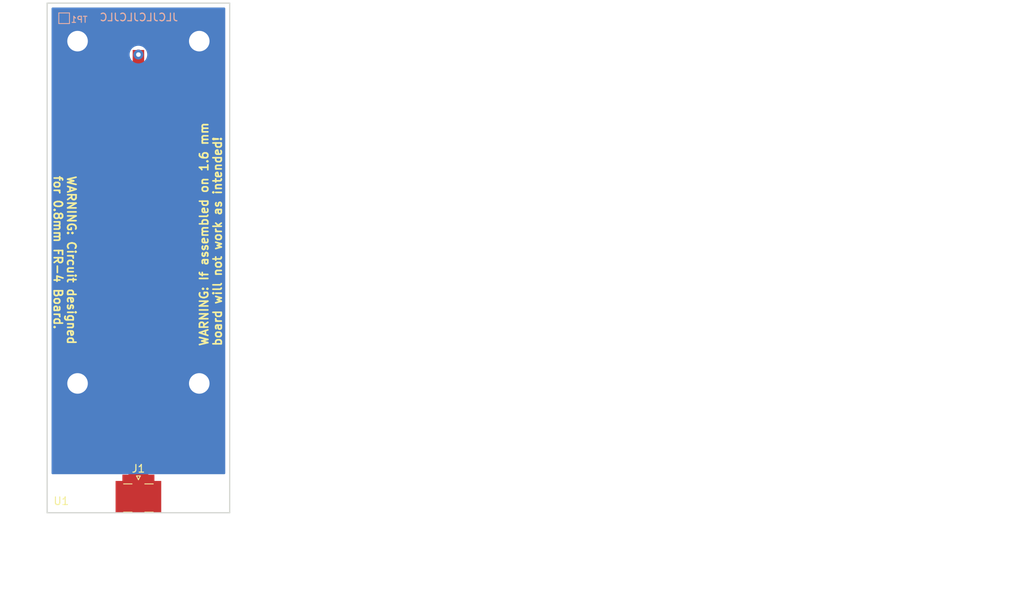
<source format=kicad_pcb>
(kicad_pcb (version 20171130) (host pcbnew "(5.1.9)-1")

  (general
    (thickness 0.8)
    (drawings 12)
    (tracks 4)
    (zones 0)
    (modules 7)
    (nets 4)
  )

  (page A4)
  (title_block
    (title "Quadrifilar antenna for UHF RFID - Part C")
    (rev 1.0)
    (company "The antenna guy")
  )

  (layers
    (0 F.Cu signal)
    (31 B.Cu signal)
    (32 B.Adhes user)
    (33 F.Adhes user)
    (34 B.Paste user)
    (35 F.Paste user)
    (36 B.SilkS user)
    (37 F.SilkS user)
    (38 B.Mask user)
    (39 F.Mask user)
    (40 Dwgs.User user)
    (41 Cmts.User user)
    (42 Eco1.User user)
    (43 Eco2.User user)
    (44 Edge.Cuts user)
    (45 Margin user)
    (46 B.CrtYd user)
    (47 F.CrtYd user)
    (48 B.Fab user)
    (49 F.Fab user)
  )

  (setup
    (last_trace_width 0.25)
    (trace_clearance 0.2)
    (zone_clearance 0.508)
    (zone_45_only no)
    (trace_min 0.2)
    (via_size 0.8)
    (via_drill 0.4)
    (via_min_size 0.4)
    (via_min_drill 0.3)
    (uvia_size 0.3)
    (uvia_drill 0.1)
    (uvias_allowed no)
    (uvia_min_size 0.2)
    (uvia_min_drill 0.1)
    (edge_width 0.05)
    (segment_width 0.2)
    (pcb_text_width 0.3)
    (pcb_text_size 1.5 1.5)
    (mod_edge_width 0.12)
    (mod_text_size 1 1)
    (mod_text_width 0.15)
    (pad_size 2.7 2.7)
    (pad_drill 2.7)
    (pad_to_mask_clearance 0)
    (aux_axis_origin 0 0)
    (visible_elements 7FFFFFFF)
    (pcbplotparams
      (layerselection 0x010fc_ffffffff)
      (usegerberextensions false)
      (usegerberattributes true)
      (usegerberadvancedattributes true)
      (creategerberjobfile true)
      (excludeedgelayer true)
      (linewidth 0.100000)
      (plotframeref false)
      (viasonmask false)
      (mode 1)
      (useauxorigin false)
      (hpglpennumber 1)
      (hpglpenspeed 20)
      (hpglpendiameter 15.000000)
      (psnegative false)
      (psa4output false)
      (plotreference true)
      (plotvalue true)
      (plotinvisibletext false)
      (padsonsilk false)
      (subtractmaskfromsilk false)
      (outputformat 1)
      (mirror false)
      (drillshape 1)
      (scaleselection 1)
      (outputdirectory ""))
  )

  (net 0 "")
  (net 1 GND)
  (net 2 "Net-(U1-Pad2)")
  (net 3 "Net-(J1-Pad2)")

  (net_class Default "This is the default net class."
    (clearance 0.2)
    (trace_width 0.25)
    (via_dia 0.8)
    (via_drill 0.4)
    (uvia_dia 0.3)
    (uvia_drill 0.1)
    (add_net GND)
    (add_net "Net-(J1-Pad2)")
    (add_net "Net-(U1-Pad2)")
  )

  (module MountingHole:MountingHole_2.7mm_M2.5 (layer F.Cu) (tedit 56D1B4CB) (tstamp 604DBFEF)
    (at 158 63.232476)
    (descr "Mounting Hole 2.7mm, no annular, M2.5")
    (tags "mounting hole 2.7mm no annular m2.5")
    (attr virtual)
    (fp_text reference " " (at 0 -3.7) (layer F.SilkS)
      (effects (font (size 1 1) (thickness 0.15)))
    )
    (fp_text value MountingHole_2.7mm_M2.5 (at 0 3.7) (layer F.Fab)
      (effects (font (size 1 1) (thickness 0.15)))
    )
    (fp_circle (center 0 0) (end 2.7 0) (layer Cmts.User) (width 0.15))
    (fp_circle (center 0 0) (end 2.95 0) (layer F.CrtYd) (width 0.05))
    (fp_text user %R (at 0.3 0) (layer F.Fab)
      (effects (font (size 1 1) (thickness 0.15)))
    )
    (pad 1 np_thru_hole circle (at 0 0) (size 2.7 2.7) (drill 2.7) (layers *.Cu *.Mask))
  )

  (module MountingHole:MountingHole_2.7mm_M2.5 (layer F.Cu) (tedit 56D1B4CB) (tstamp 604DBFCB)
    (at 142 63.232476)
    (descr "Mounting Hole 2.7mm, no annular, M2.5")
    (tags "mounting hole 2.7mm no annular m2.5")
    (attr virtual)
    (fp_text reference " " (at 0 -3.7) (layer F.SilkS)
      (effects (font (size 1 1) (thickness 0.15)))
    )
    (fp_text value MountingHole_2.7mm_M2.5 (at 0 3.7) (layer F.Fab)
      (effects (font (size 1 1) (thickness 0.15)))
    )
    (fp_circle (center 0 0) (end 2.7 0) (layer Cmts.User) (width 0.15))
    (fp_circle (center 0 0) (end 2.95 0) (layer F.CrtYd) (width 0.05))
    (fp_text user %R (at 0.3 0) (layer F.Fab)
      (effects (font (size 1 1) (thickness 0.15)))
    )
    (pad 1 np_thru_hole circle (at 0 0) (size 2.7 2.7) (drill 2.7) (layers *.Cu *.Mask))
  )

  (module MountingHole:MountingHole_2.7mm_M2.5 (layer F.Cu) (tedit 56D1B4CB) (tstamp 604DBFA7)
    (at 158 108.232476)
    (descr "Mounting Hole 2.7mm, no annular, M2.5")
    (tags "mounting hole 2.7mm no annular m2.5")
    (attr virtual)
    (fp_text reference " " (at 0 -3.7) (layer F.SilkS)
      (effects (font (size 1 1) (thickness 0.15)))
    )
    (fp_text value MountingHole_2.7mm_M2.5 (at 0 3.7) (layer F.Fab)
      (effects (font (size 1 1) (thickness 0.15)))
    )
    (fp_circle (center 0 0) (end 2.7 0) (layer Cmts.User) (width 0.15))
    (fp_circle (center 0 0) (end 2.95 0) (layer F.CrtYd) (width 0.05))
    (fp_text user %R (at 0.3 0) (layer F.Fab)
      (effects (font (size 1 1) (thickness 0.15)))
    )
    (pad 1 np_thru_hole circle (at 0 0) (size 2.7 2.7) (drill 2.7) (layers *.Cu *.Mask))
  )

  (module MountingHole:MountingHole_2.7mm_M2.5 (layer F.Cu) (tedit 56D1B4CB) (tstamp 604DBF83)
    (at 142 108.232476)
    (descr "Mounting Hole 2.7mm, no annular, M2.5")
    (tags "mounting hole 2.7mm no annular m2.5")
    (attr virtual)
    (fp_text reference " " (at 0 -3.7) (layer F.SilkS)
      (effects (font (size 1 1) (thickness 0.15)))
    )
    (fp_text value MountingHole_2.7mm_M2.5 (at 0 3.7) (layer F.Fab)
      (effects (font (size 1 1) (thickness 0.15)))
    )
    (fp_circle (center 0 0) (end 2.7 0) (layer Cmts.User) (width 0.15))
    (fp_circle (center 0 0) (end 2.95 0) (layer F.CrtYd) (width 0.05))
    (fp_text user %R (at 0.3 0) (layer F.Fab)
      (effects (font (size 1 1) (thickness 0.15)))
    )
    (pad 1 np_thru_hole circle (at 0 0) (size 2.7 2.7) (drill 2.7) (layers *.Cu *.Mask))
  )

  (module TestPoint:TestPoint_Pad_1.0x1.0mm (layer B.Cu) (tedit 5A0F774F) (tstamp 604DB7C6)
    (at 140.2334 60.2234)
    (descr "SMD rectangular pad as test Point, square 1.0mm side length")
    (tags "test point SMD pad rectangle square")
    (path /604D575B)
    (attr virtual)
    (fp_text reference TP1 (at 1.9812 0.1778) (layer B.SilkS)
      (effects (font (size 0.8 0.8) (thickness 0.13)) (justify mirror))
    )
    (fp_text value TestPoint (at 0 -1.55) (layer B.Fab)
      (effects (font (size 1 1) (thickness 0.15)) (justify mirror))
    )
    (fp_line (start -0.7 0.7) (end 0.7 0.7) (layer B.SilkS) (width 0.12))
    (fp_line (start 0.7 0.7) (end 0.7 -0.7) (layer B.SilkS) (width 0.12))
    (fp_line (start 0.7 -0.7) (end -0.7 -0.7) (layer B.SilkS) (width 0.12))
    (fp_line (start -0.7 -0.7) (end -0.7 0.7) (layer B.SilkS) (width 0.12))
    (fp_line (start -1 1) (end 1 1) (layer B.CrtYd) (width 0.05))
    (fp_line (start -1 1) (end -1 -1) (layer B.CrtYd) (width 0.05))
    (fp_line (start 1 -1) (end 1 1) (layer B.CrtYd) (width 0.05))
    (fp_line (start 1 -1) (end -1 -1) (layer B.CrtYd) (width 0.05))
    (fp_text user %R (at 0 1.45) (layer B.Fab)
      (effects (font (size 1 1) (thickness 0.15)) (justify mirror))
    )
    (pad 1 smd rect (at 0 0) (size 1 1) (layers B.Cu B.Mask)
      (net 1 GND))
  )

  (module Quadrifilar_antenna:SMA_Samtec_J-P-X-ST-EM1-Inverted_design (layer F.Cu) (tedit 604D562E) (tstamp 604DB717)
    (at 150 123.15)
    (path /604C3683)
    (fp_text reference J1 (at 0 -3.713948) (layer F.SilkS)
      (effects (font (size 1 1) (thickness 0.15)))
    )
    (fp_text value Conn_Coaxial (at 0 13.079556) (layer F.Fab)
      (effects (font (size 1 1) (thickness 0.15)))
    )
    (fp_line (start 0.84 -1.71) (end 1.95 -1.71) (layer F.SilkS) (width 0.12))
    (fp_line (start 3.68 2.6) (end 3.68 12.12) (layer B.CrtYd) (width 0.05))
    (fp_line (start 4 2.6) (end 3.68 2.6) (layer B.CrtYd) (width 0.05))
    (fp_line (start -3.68 12.12) (end -3.68 2.6) (layer B.CrtYd) (width 0.05))
    (fp_line (start 3.68 2.6) (end 4 2.6) (layer F.CrtYd) (width 0.05))
    (fp_line (start -3.68 12.12) (end -3.68 2.6) (layer F.CrtYd) (width 0.05))
    (fp_line (start 4.1 2.1) (end -4.1 2.1) (layer Dwgs.User) (width 0.1))
    (fp_line (start -2.365 -1.71) (end -3.175 -1.71) (layer F.Fab) (width 0.1))
    (fp_line (start -2.365 2.1) (end -2.365 -1.71) (layer F.Fab) (width 0.1))
    (fp_line (start -1.95 -1.71) (end -0.84 -1.71) (layer F.SilkS) (width 0.12))
    (fp_line (start 0.84 2) (end 1.95 2) (layer F.SilkS) (width 0.12))
    (fp_line (start -1.95 2) (end -0.84 2) (layer F.SilkS) (width 0.12))
    (fp_line (start -3.68 2.6) (end -4 2.6) (layer B.CrtYd) (width 0.05))
    (fp_line (start 3.68 2.6) (end 3.68 12.12) (layer F.CrtYd) (width 0.05))
    (fp_line (start -3.68 2.6) (end -4 2.6) (layer F.CrtYd) (width 0.05))
    (fp_line (start -3.175 -1.71) (end -3.175 11.62) (layer F.Fab) (width 0.1))
    (fp_line (start -4 -2.6) (end 4 -2.6) (layer B.CrtYd) (width 0.05))
    (fp_line (start 3.175 -1.71) (end 2.365 -1.71) (layer F.Fab) (width 0.1))
    (fp_line (start -4 2.6) (end -4 -2.6) (layer B.CrtYd) (width 0.05))
    (fp_line (start 0 -2.26) (end 0.25 -2.76) (layer F.SilkS) (width 0.12))
    (fp_line (start 3.68 12.12) (end -3.68 12.12) (layer F.CrtYd) (width 0.05))
    (fp_line (start -0.25 -2.76) (end 0 -2.26) (layer F.SilkS) (width 0.12))
    (fp_line (start -4 -2.6) (end 4 -2.6) (layer F.CrtYd) (width 0.05))
    (fp_line (start 2.365 -1.71) (end 2.365 2.1) (layer F.Fab) (width 0.1))
    (fp_line (start 4 2.6) (end 4 -2.6) (layer F.CrtYd) (width 0.05))
    (fp_line (start 0 3.1) (end -0.64 2.1) (layer F.Fab) (width 0.1))
    (fp_line (start 3.68 12.12) (end -3.68 12.12) (layer B.CrtYd) (width 0.05))
    (fp_line (start 3.175 -1.71) (end 3.175 11.62) (layer F.Fab) (width 0.1))
    (fp_line (start -4 2.6) (end -4 -2.6) (layer F.CrtYd) (width 0.05))
    (fp_line (start 0.64 2.1) (end 0 3.1) (layer F.Fab) (width 0.1))
    (fp_line (start 4 2.6) (end 4 -2.6) (layer B.CrtYd) (width 0.05))
    (fp_line (start 2.365 2.1) (end -2.365 2.1) (layer F.Fab) (width 0.1))
    (fp_line (start 3.165 11.62) (end -3.165 11.62) (layer F.Fab) (width 0.1))
    (fp_line (start 0.25 -2.76) (end -0.25 -2.76) (layer F.SilkS) (width 0.12))
    (fp_text user "PCB Edge" (at 0 2.6) (layer Dwgs.User)
      (effects (font (size 0.5 0.5) (thickness 0.1)))
    )
    (pad 2 smd rect (at -2 0) (size 2 4.2) (layers F.Cu F.Paste F.Mask)
      (net 3 "Net-(J1-Pad2)"))
    (pad 2 smd rect (at 2 0) (size 2 4.2) (layers F.Cu F.Paste F.Mask)
      (net 3 "Net-(J1-Pad2)"))
  )

  (module Quadrifilar_antenna:input_balun_complement (layer F.Cu) (tedit 604BFD6D) (tstamp 604C5C18)
    (at 150 125)
    (path /604C1E91)
    (fp_text reference U1 (at -10.1476 -1.302) (layer F.SilkS)
      (effects (font (size 1 1) (thickness 0.15)))
    )
    (fp_text value input_line (at -0.192 -39.200524) (layer F.Fab)
      (effects (font (size 1 1) (thickness 0.15)))
    )
    (fp_line (start 12 -66.767524) (end -12 -66.767524) (layer Dwgs.User) (width 0.02))
    (fp_line (start -1.3 -4.767524) (end 1.3 -4.767524) (layer Dwgs.User) (width 0.02))
    (fp_line (start 2.1 -4.767524) (end -2.1 -4.767524) (layer Dwgs.User) (width 0.02))
    (fp_line (start -2.1 0.232476) (end 2.1 0.232476) (layer Dwgs.User) (width 0.02))
    (fp_line (start -0.75 -54.383762) (end -0.75 -48.767524) (layer Dwgs.User) (width 0.02))
    (fp_line (start -0.75 -48.767524) (end 0.75 -48.767524) (layer Dwgs.User) (width 0.02))
    (fp_line (start 1.3 -48.767524) (end -1.3 -48.767524) (layer Dwgs.User) (width 0.02))
    (fp_line (start -12 0.232476) (end 12 0.232476) (layer Dwgs.User) (width 0.02))
    (fp_line (start 0.75 -60.6) (end -0.75 -60.6) (layer Dwgs.User) (width 0.02))
    (fp_line (start 0.75 -54.383762) (end 0.75 -60.6) (layer Dwgs.User) (width 0.02))
    (fp_line (start -1.3 -48.767524) (end -1.3 -4.767524) (layer Dwgs.User) (width 0.02))
    (fp_line (start 12 0.232476) (end 12 -66.767524) (layer Dwgs.User) (width 0.02))
    (fp_line (start 0.75 -48.767524) (end 0.75 -54.383762) (layer Dwgs.User) (width 0.02))
    (fp_line (start 0.75 -54.383762) (end -0.75 -54.383762) (layer Dwgs.User) (width 0.02))
    (fp_line (start 2.1 0.232476) (end 2.1 -4.767524) (layer Dwgs.User) (width 0.02))
    (fp_line (start 1.3 -4.767524) (end 1.3 -48.767524) (layer Dwgs.User) (width 0.02))
    (fp_line (start -2.1 -4.767524) (end -2.1 0.232476) (layer Dwgs.User) (width 0.02))
    (fp_line (start -0.75 -60.6) (end -0.75 -54.383762) (layer Dwgs.User) (width 0.02))
    (fp_line (start -0.75 -54.383762) (end 0.75 -54.383762) (layer Dwgs.User) (width 0.02))
    (fp_line (start -12 -66.767524) (end -12 0.232476) (layer Dwgs.User) (width 0.02))
    (fp_poly (pts (xy 0.75 -48.767524) (xy 1.3 -48.767524) (xy 1.3 -4.767524) (xy 2.1 -4.767524)
      (xy 2.1 0.232476) (xy -2.1 0.232476) (xy -2.1 -4.767524) (xy -1.3 -4.767524)
      (xy -1.3 -48.767524) (xy -0.75 -48.767524) (xy -0.75 -60.6) (xy 0.75 -60.6)) (layer F.Cu) (width 0.01))
    (pad 2 thru_hole circle (at 0 -60) (size 1.3 1.3) (drill 0.6) (layers *.Cu *.Mask)
      (net 2 "Net-(U1-Pad2)"))
    (pad 1 smd rect (at -0.065 -1.514924) (size 1 3.5) (layers F.Cu F.Paste F.Mask)
      (net 3 "Net-(J1-Pad2)"))
  )

  (gr_text "This piece is part of a larger assembly. \nPlease check the remaining parts at:\nhttps://github.com/theantennaguy/antenna-projects/tree/main/Quadrifilar_antenna" (at 168.275 87.3506) (layer Cmts.User)
    (effects (font (size 1.5 1.5) (thickness 0.3)) (justify left))
  )
  (gr_line (start 160 67.732476) (end 160 125.232476) (layer Dwgs.User) (width 0.15))
  (gr_line (start 140 67.732476) (end 160 67.732476) (layer Dwgs.User) (width 0.15))
  (gr_line (start 140 125.232476) (end 140 67.732476) (layer Dwgs.User) (width 0.15))
  (gr_poly (pts (xy 160.02 120.1166) (xy 139.9794 120.1166) (xy 139.9794 67.7164) (xy 160.02 67.7164)) (layer B.Mask) (width 0.1))
  (gr_text "WARNING: Circuit designed\nfor 0.8mm FR-4 Board." (at 140.3096 80.8228 270) (layer F.SilkS)
    (effects (font (size 1.1 1.1) (thickness 0.22)) (justify left))
  )
  (gr_text "WARNING: If assembled on 1.6 mm \nboard will not work as intended!" (at 159.512 103.4288 90) (layer F.SilkS)
    (effects (font (size 1.1 1.1) (thickness 0.22)) (justify left))
  )
  (gr_text JLCJLCJLCJLC (at 150.0632 60.0964) (layer B.SilkS)
    (effects (font (size 1 1) (thickness 0.15)) (justify mirror))
  )
  (gr_line (start 138 125.232476) (end 138 58.232476) (layer Edge.Cuts) (width 0.15) (tstamp 604C6240))
  (gr_line (start 162 125.232476) (end 138 125.232476) (layer Edge.Cuts) (width 0.15))
  (gr_line (start 162 58.232476) (end 162 125.232476) (layer Edge.Cuts) (width 0.15))
  (gr_line (start 138 58.232476) (end 162 58.232476) (layer Edge.Cuts) (width 0.15))

  (segment (start 150.407876 123.0122) (end 149.935 123.485076) (width 0.25) (layer F.Cu) (net 3))
  (segment (start 151.987 123.0122) (end 150.407876 123.0122) (width 0.25) (layer F.Cu) (net 3))
  (segment (start 149.462124 123.0122) (end 149.935 123.485076) (width 0.25) (layer F.Cu) (net 3))
  (segment (start 147.987 123.0122) (end 149.462124 123.0122) (width 0.25) (layer F.Cu) (net 3))

  (zone (net 1) (net_name GND) (layer B.Cu) (tstamp 0) (hatch edge 0.508)
    (connect_pads yes (clearance 0.508))
    (min_thickness 0.254)
    (fill yes (arc_segments 32) (thermal_gap 0.508) (thermal_bridge_width 0.508))
    (polygon
      (pts
        (xy 161.9631 120.1674) (xy 137.9601 120.1674) (xy 137.9982 58.2168) (xy 162.0012 58.2168)
      )
    )
    (filled_polygon
      (pts
        (xy 161.290001 120.0404) (xy 138.71 120.0404) (xy 138.71 64.873439) (xy 148.715 64.873439) (xy 148.715 65.126561)
        (xy 148.764381 65.374821) (xy 148.861247 65.608676) (xy 149.001875 65.81914) (xy 149.18086 65.998125) (xy 149.391324 66.138753)
        (xy 149.625179 66.235619) (xy 149.873439 66.285) (xy 150.126561 66.285) (xy 150.374821 66.235619) (xy 150.608676 66.138753)
        (xy 150.81914 65.998125) (xy 150.998125 65.81914) (xy 151.138753 65.608676) (xy 151.235619 65.374821) (xy 151.285 65.126561)
        (xy 151.285 64.873439) (xy 151.235619 64.625179) (xy 151.138753 64.391324) (xy 150.998125 64.18086) (xy 150.81914 64.001875)
        (xy 150.608676 63.861247) (xy 150.374821 63.764381) (xy 150.126561 63.715) (xy 149.873439 63.715) (xy 149.625179 63.764381)
        (xy 149.391324 63.861247) (xy 149.18086 64.001875) (xy 149.001875 64.18086) (xy 148.861247 64.391324) (xy 148.764381 64.625179)
        (xy 148.715 64.873439) (xy 138.71 64.873439) (xy 138.71 58.942476) (xy 161.29 58.942476)
      )
    )
  )
)

</source>
